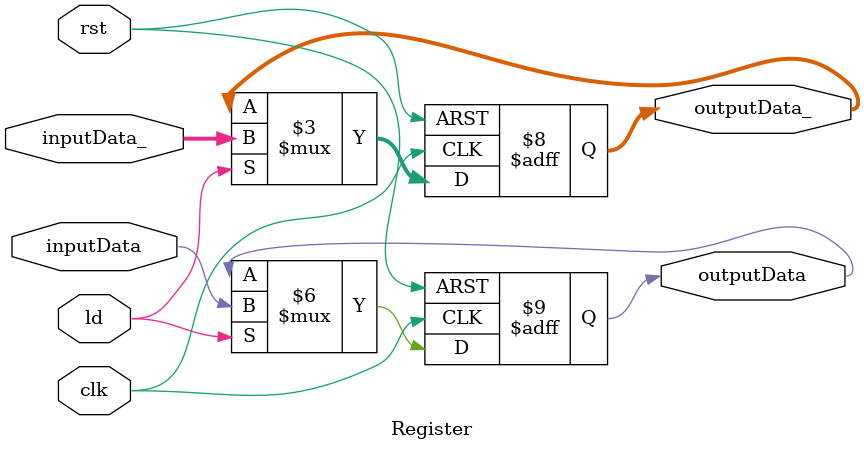
<source format=v>
`timescale 1ns/1ns
module Register (
    clk,
    rst,
    ld,
    inputData,
    inputData_,
    outputData,
    outputData_
);
    parameter size = 2;

    input clk, rst;
    input ld;
    input [size-1:0]inputData_;
    input inputData;

    output reg [size-1:0]outputData_;
    output reg outputData;

    always @(posedge clk, posedge rst) begin
        if(rst) begin
            outputData = 1'b0;
            outputData_ = {size{1'b0}};
        end

        else if (ld) begin
            outputData = inputData;
            outputData_ = inputData_;
        end
        
    end

endmodule
</source>
